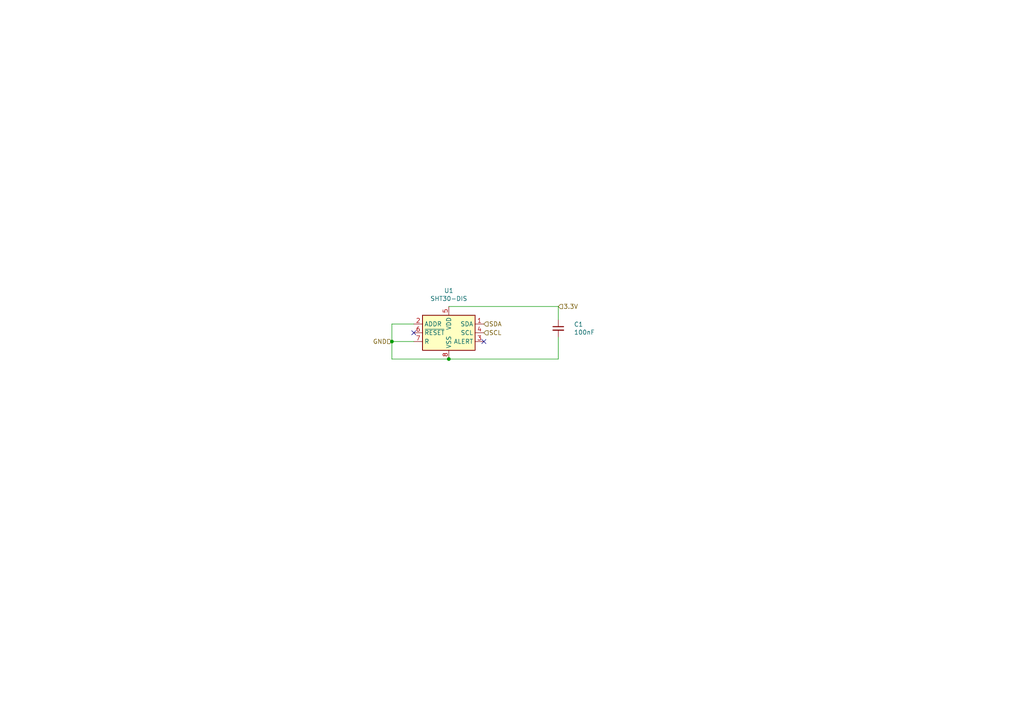
<source format=kicad_sch>
(kicad_sch (version 20211123) (generator eeschema)

  (uuid 26ca2086-d8d7-4667-a8d4-3c89dfcbe9b8)

  (paper "A4")

  (lib_symbols
    (symbol "Device:C_Small" (pin_numbers hide) (pin_names (offset 0.254) hide) (in_bom yes) (on_board yes)
      (property "Reference" "C" (id 0) (at 0.254 1.778 0)
        (effects (font (size 1.27 1.27)) (justify left))
      )
      (property "Value" "C_Small" (id 1) (at 0.254 -2.032 0)
        (effects (font (size 1.27 1.27)) (justify left))
      )
      (property "Footprint" "" (id 2) (at 0 0 0)
        (effects (font (size 1.27 1.27)) hide)
      )
      (property "Datasheet" "~" (id 3) (at 0 0 0)
        (effects (font (size 1.27 1.27)) hide)
      )
      (property "ki_keywords" "capacitor cap" (id 4) (at 0 0 0)
        (effects (font (size 1.27 1.27)) hide)
      )
      (property "ki_description" "Unpolarized capacitor, small symbol" (id 5) (at 0 0 0)
        (effects (font (size 1.27 1.27)) hide)
      )
      (property "ki_fp_filters" "C_*" (id 6) (at 0 0 0)
        (effects (font (size 1.27 1.27)) hide)
      )
      (symbol "C_Small_0_1"
        (polyline
          (pts
            (xy -1.524 -0.508)
            (xy 1.524 -0.508)
          )
          (stroke (width 0.3302) (type default) (color 0 0 0 0))
          (fill (type none))
        )
        (polyline
          (pts
            (xy -1.524 0.508)
            (xy 1.524 0.508)
          )
          (stroke (width 0.3048) (type default) (color 0 0 0 0))
          (fill (type none))
        )
      )
      (symbol "C_Small_1_1"
        (pin passive line (at 0 2.54 270) (length 2.032)
          (name "~" (effects (font (size 1.27 1.27))))
          (number "1" (effects (font (size 1.27 1.27))))
        )
        (pin passive line (at 0 -2.54 90) (length 2.032)
          (name "~" (effects (font (size 1.27 1.27))))
          (number "2" (effects (font (size 1.27 1.27))))
        )
      )
    )
    (symbol "Sensor_Humidity:SHT30-DIS" (in_bom yes) (on_board yes)
      (property "Reference" "U" (id 0) (at -6.35 6.35 0)
        (effects (font (size 1.27 1.27)))
      )
      (property "Value" "SHT30-DIS" (id 1) (at 6.35 6.35 0)
        (effects (font (size 1.27 1.27)))
      )
      (property "Footprint" "Sensor_Humidity:Sensirion_DFN-8-1EP_2.5x2.5mm_P0.5mm_EP1.1x1.7mm" (id 2) (at 0 1.27 0)
        (effects (font (size 1.27 1.27)) hide)
      )
      (property "Datasheet" "https://www.sensirion.com/fileadmin/user_upload/customers/sensirion/Dokumente/2_Humidity_Sensors/Datasheets/Sensirion_Humidity_Sensors_SHT3x_Datasheet_digital.pdf" (id 3) (at 0 1.27 0)
        (effects (font (size 1.27 1.27)) hide)
      )
      (property "ki_keywords" "digital temperature humidity i2c" (id 4) (at 0 0 0)
        (effects (font (size 1.27 1.27)) hide)
      )
      (property "ki_description" "I²C humidity and temperature sensor, ±2%RH, ±0.2°C, DFN-8" (id 5) (at 0 0 0)
        (effects (font (size 1.27 1.27)) hide)
      )
      (property "ki_fp_filters" "Sensirion*DFN*1EP*2.5x2.5mm*P0.5mm*" (id 6) (at 0 0 0)
        (effects (font (size 1.27 1.27)) hide)
      )
      (symbol "SHT30-DIS_0_1"
        (rectangle (start -7.62 5.08) (end 7.62 -5.08)
          (stroke (width 0.254) (type default) (color 0 0 0 0))
          (fill (type background))
        )
      )
      (symbol "SHT30-DIS_1_1"
        (pin bidirectional line (at 10.16 2.54 180) (length 2.54)
          (name "SDA" (effects (font (size 1.27 1.27))))
          (number "1" (effects (font (size 1.27 1.27))))
        )
        (pin input line (at -10.16 2.54 0) (length 2.54)
          (name "ADDR" (effects (font (size 1.27 1.27))))
          (number "2" (effects (font (size 1.27 1.27))))
        )
        (pin output line (at 10.16 -2.54 180) (length 2.54)
          (name "ALERT" (effects (font (size 1.27 1.27))))
          (number "3" (effects (font (size 1.27 1.27))))
        )
        (pin input line (at 10.16 0 180) (length 2.54)
          (name "SCL" (effects (font (size 1.27 1.27))))
          (number "4" (effects (font (size 1.27 1.27))))
        )
        (pin power_in line (at 0 7.62 270) (length 2.54)
          (name "VDD" (effects (font (size 1.27 1.27))))
          (number "5" (effects (font (size 1.27 1.27))))
        )
        (pin input line (at -10.16 0 0) (length 2.54)
          (name "~{RESET}" (effects (font (size 1.27 1.27))))
          (number "6" (effects (font (size 1.27 1.27))))
        )
        (pin passive line (at -10.16 -2.54 0) (length 2.54)
          (name "R" (effects (font (size 1.27 1.27))))
          (number "7" (effects (font (size 1.27 1.27))))
        )
        (pin power_in line (at 0 -7.62 90) (length 2.54)
          (name "VSS" (effects (font (size 1.27 1.27))))
          (number "8" (effects (font (size 1.27 1.27))))
        )
        (pin passive line (at 0 -7.62 90) (length 2.54) hide
          (name "VSS" (effects (font (size 1.27 1.27))))
          (number "9" (effects (font (size 1.27 1.27))))
        )
      )
    )
  )

  (junction (at 113.665 99.06) (diameter 0) (color 0 0 0 0)
    (uuid 5efa5d71-584f-435b-a9b8-84f14eb3126e)
  )
  (junction (at 130.175 104.14) (diameter 0) (color 0 0 0 0)
    (uuid fbaf0a73-1e37-4616-b4c8-112e1f4fca76)
  )

  (no_connect (at 120.015 96.52) (uuid 0df8ac50-91ca-471c-a2bf-3fc9ebf81672))
  (no_connect (at 140.335 99.06) (uuid 60844b4b-acad-40db-bf6f-fae8a40cd826))

  (wire (pts (xy 161.925 88.9) (xy 161.925 92.71))
    (stroke (width 0) (type default) (color 0 0 0 0))
    (uuid 120d17bb-47fa-445f-85cd-d8c31512a4d0)
  )
  (wire (pts (xy 113.665 99.06) (xy 113.665 104.14))
    (stroke (width 0) (type default) (color 0 0 0 0))
    (uuid 34e6b64c-c005-4dd3-b750-1ca322e702d9)
  )
  (wire (pts (xy 113.665 99.06) (xy 120.015 99.06))
    (stroke (width 0) (type default) (color 0 0 0 0))
    (uuid 57925799-096f-4f0c-9ae0-32fa502acff8)
  )
  (wire (pts (xy 161.925 97.79) (xy 161.925 104.14))
    (stroke (width 0) (type default) (color 0 0 0 0))
    (uuid 64221690-5e75-4924-9a5b-01f6e7eacbab)
  )
  (wire (pts (xy 113.665 104.14) (xy 130.175 104.14))
    (stroke (width 0) (type default) (color 0 0 0 0))
    (uuid 6851b7d7-86bf-47fe-a204-1eebe2a2495d)
  )
  (wire (pts (xy 113.665 93.98) (xy 113.665 99.06))
    (stroke (width 0) (type default) (color 0 0 0 0))
    (uuid 6f5820b5-edec-4f34-8c29-6d97fb86e53d)
  )
  (wire (pts (xy 130.175 88.9) (xy 161.925 88.9))
    (stroke (width 0) (type default) (color 0 0 0 0))
    (uuid dc909162-76ba-4986-9d9a-9c7447ae5a25)
  )
  (wire (pts (xy 120.015 93.98) (xy 113.665 93.98))
    (stroke (width 0) (type default) (color 0 0 0 0))
    (uuid e9bcb93b-c826-4e57-9556-d0b274eabb4d)
  )
  (wire (pts (xy 130.175 104.14) (xy 161.925 104.14))
    (stroke (width 0) (type default) (color 0 0 0 0))
    (uuid eb00c768-ff04-45ea-9865-5b5edefae34b)
  )

  (hierarchical_label "GND" (shape input) (at 113.665 99.06 180)
    (effects (font (size 1.27 1.27)) (justify right))
    (uuid 20ec74bb-77d2-4b6f-a40c-c578cb255ece)
  )
  (hierarchical_label "SDA" (shape input) (at 140.335 93.98 0)
    (effects (font (size 1.27 1.27)) (justify left))
    (uuid 775e7d1b-d5c7-4dee-8de5-d3a22e3f0991)
  )
  (hierarchical_label "3.3V" (shape input) (at 161.925 88.9 0)
    (effects (font (size 1.27 1.27)) (justify left))
    (uuid 7a80b9b8-3e0d-409d-9475-3f3f1301f326)
  )
  (hierarchical_label "SCL" (shape input) (at 140.335 96.52 0)
    (effects (font (size 1.27 1.27)) (justify left))
    (uuid b616b717-7130-40ea-9c67-b34caa288035)
  )

  (symbol (lib_id "Device:C_Small") (at 161.925 95.25 0) (unit 1)
    (in_bom yes) (on_board yes)
    (uuid 34d0d5b5-2222-4d7c-b01b-790b6e1c93ac)
    (property "Reference" "C1" (id 0) (at 166.4462 94.0816 0)
      (effects (font (size 1.27 1.27)) (justify left))
    )
    (property "Value" "100nF" (id 1) (at 166.4462 96.393 0)
      (effects (font (size 1.27 1.27)) (justify left))
    )
    (property "Footprint" "Capacitor_SMD:C_0603_1608Metric" (id 2) (at 161.925 95.25 0)
      (effects (font (size 1.27 1.27)) hide)
    )
    (property "Datasheet" "~" (id 3) (at 161.925 95.25 0)
      (effects (font (size 1.27 1.27)) hide)
    )
    (pin "1" (uuid 9d241524-4f3d-403f-922c-c9ba77ea6dbe))
    (pin "2" (uuid f51e8516-43d9-4968-ab7d-a1cfafe430cd))
  )

  (symbol (lib_id "Sensor_Humidity:SHT30-DIS") (at 130.175 96.52 0) (unit 1)
    (in_bom yes) (on_board yes)
    (uuid 53718313-b359-47aa-afd8-02d55f8ca417)
    (property "Reference" "U1" (id 0) (at 130.175 84.3026 0))
    (property "Value" "SHT30-DIS" (id 1) (at 130.175 86.614 0))
    (property "Footprint" "Sensor_Humidity:Sensirion_DFN-8-1EP_2.5x2.5mm_P0.5mm_EP1.1x1.7mm" (id 2) (at 130.175 95.25 0)
      (effects (font (size 1.27 1.27)) hide)
    )
    (property "Datasheet" "https://www.sensirion.com/fileadmin/user_upload/customers/sensirion/Dokumente/2_Humidity_Sensors/Datasheets/Sensirion_Humidity_Sensors_SHT3x_Datasheet_digital.pdf" (id 3) (at 130.175 95.25 0)
      (effects (font (size 1.27 1.27)) hide)
    )
    (pin "1" (uuid 5c2611bb-117b-4819-8036-f67ab5675de6))
    (pin "2" (uuid d2f72011-21b7-4ba3-b81c-818dd6a91e22))
    (pin "3" (uuid ddd5f87d-dd9a-43b8-8740-25ff09bd733f))
    (pin "4" (uuid 3d24ca64-8898-4a21-92dc-4bb372c9b113))
    (pin "5" (uuid 2077675b-4d65-4bd8-b725-f0fef34da527))
    (pin "6" (uuid 44520b3c-5b04-43b9-a30e-22180c4b99f4))
    (pin "7" (uuid 0390a5c3-68eb-4a5e-b3e6-0adbd262e64d))
    (pin "8" (uuid ef7fbd64-7227-4d3b-b5eb-6833c5e854e3))
    (pin "9" (uuid 9f32c03c-5ae6-4101-8e07-770072f65cc0))
  )
)

</source>
